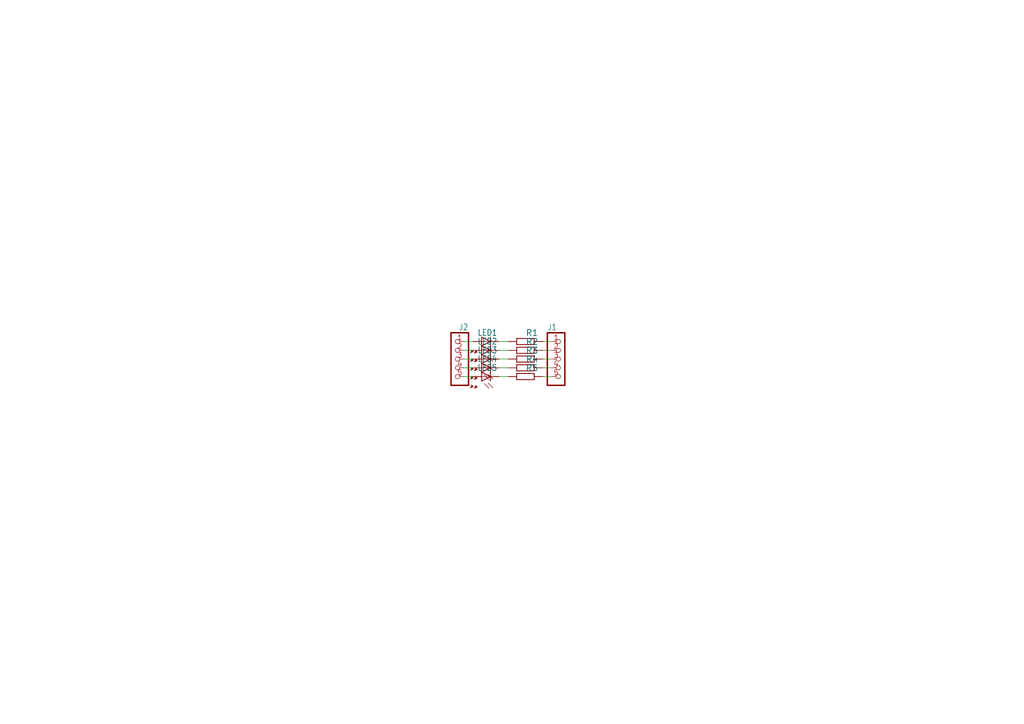
<source format=kicad_sch>
(kicad_sch (version 20250114) (generator "eeschema") (generator_version "9.0")
  (paper "A4")
  (lib_symbols
    (symbol "multiple_LED-eagle-import:CON_HEADER_1X05-PTH"
      (property "Reference" "J" (at -1.27 8.255 0))
      (symbol "CON_HEADER_1X05-PTH_1_0"
        (polyline (pts (xy -1.27 7.62) (xy 3.81 7.62)) (stroke (width 0.4064)))
        (polyline (pts (xy -1.27 -7.62) (xy -1.27 7.62)) (stroke (width 0.4064)))
        (polyline (pts (xy 3.81 7.62) (xy 3.81 -7.62)) (stroke (width 0.4064)))
        (polyline (pts (xy 3.81 -7.62) (xy -1.27 -7.62)) (stroke (width 0.4064)))
        (pin bidirectional inverted (at 0 5.08 0) (length 2.54) (name "1") (number "1"))
        (pin bidirectional inverted (at 0 2.54 0) (length 2.54) (name "2") (number "2"))
        (pin bidirectional inverted (at 0 0 0) (length 2.54) (name "3") (number "3"))
        (pin bidirectional inverted (at 0 -2.54 0) (length 2.54) (name "4") (number "4"))
        (pin bidirectional inverted (at 0 -5.08 0) (length 2.54) (name "5") (number "5"))
      )
    )
    (symbol "multiple_LED-eagle-import:LED-0805"
      (property "Reference" "LED" (at 3.556 -4.572 90))
      (symbol "LED-0805_1_0"
        (polyline (pts (xy -3.429 2.159) (xy -3.048 1.27) (xy -2.54 1.778)) (stroke (width 0.1524)) (fill (type outline)))
        (polyline (pts (xy -3.302 3.302) (xy -2.921 2.413) (xy -2.413 2.921)) (stroke (width 0.1524)) (fill (type outline)))
        (polyline (pts (xy -2.032 -0.762) (xy -3.429 -2.159)) (stroke (width 0.1524)))
        (polyline (pts (xy -1.905 -1.905) (xy -3.302 -3.302)) (stroke (width 0.1524)))
        (polyline (pts (xy 0 0) (xy -1.27 0)) (stroke (width 0.254)))
        (polyline (pts (xy 0 0) (xy 0 -2.54)) (stroke (width 0.1524)))
        (polyline (pts (xy 0 -2.54) (xy -1.27 0)) (stroke (width 0.254)))
        (polyline (pts (xy 0 -2.54) (xy -1.27 -2.54)) (stroke (width 0.254)))
        (polyline (pts (xy 1.27 0) (xy 0 0)) (stroke (width 0.254)))
        (polyline (pts (xy 1.27 0) (xy 0 -2.54)) (stroke (width 0.254)))
        (polyline (pts (xy 1.27 -2.54) (xy 0 -2.54)) (stroke (width 0.254)))
        (pin passive line (at 0 2.54 270) (length 2.54) (name "A") (number "A"))
        (pin passive line (at 0 -5.08 90) (length 2.54) (name "C") (number "C"))
      )
    )
    (symbol "multiple_LED-eagle-import:RESISTOR-0603"
      (property "Reference" "R" (at -3.81 1.4986 0))
      (symbol "RESISTOR-0603_1_0"
        (polyline (pts (xy -2.54 -0.889) (xy -2.54 0.889)) (stroke (width 0.254)))
        (polyline (pts (xy -2.54 -0.889) (xy 2.54 -0.889)) (stroke (width 0.254)))
        (polyline (pts (xy 2.54 0.889) (xy -2.54 0.889)) (stroke (width 0.254)))
        (polyline (pts (xy 2.54 -0.889) (xy 2.54 0.889)) (stroke (width 0.254)))
        (pin passive line (at -5.08 0 0) (length 2.54) (name "1") (number "1"))
        (pin passive line (at 5.08 0 180) (length 2.54) (name "2") (number "2"))
      )
    )
  )
  (wire (pts (xy 160.02 106.68) (xy 157.48 106.68)) (stroke (width 0.1524)))
  (wire (pts (xy 134.62 101.6) (xy 137.16 101.6)) (stroke (width 0.1524)))
  (wire (pts (xy 134.62 109.22) (xy 137.16 109.22)) (stroke (width 0.1524)))
  (wire (pts (xy 134.62 106.68) (xy 137.16 106.68)) (stroke (width 0.1524)))
  (wire (pts (xy 147.32 104.14) (xy 144.78 104.14)) (stroke (width 0.1524)))
  (wire (pts (xy 160.02 109.22) (xy 157.48 109.22)) (stroke (width 0.1524)))
  (wire (pts (xy 134.62 104.14) (xy 137.16 104.14)) (stroke (width 0.1524)))
  (wire (pts (xy 147.32 106.68) (xy 144.78 106.68)) (stroke (width 0.1524)))
  (wire (pts (xy 147.32 99.06) (xy 144.78 99.06)) (stroke (width 0.1524)))
  (wire (pts (xy 147.32 109.22) (xy 144.78 109.22)) (stroke (width 0.1524)))
  (wire (pts (xy 147.32 101.6) (xy 144.78 101.6)) (stroke (width 0.1524)))
  (wire (pts (xy 134.62 99.06) (xy 137.16 99.06)) (stroke (width 0.1524)))
  (wire (pts (xy 160.02 104.14) (xy 157.48 104.14)) (stroke (width 0.1524)))
  (wire (pts (xy 160.02 99.06) (xy 157.48 99.06)) (stroke (width 0.1524)))
  (wire (pts (xy 160.02 101.6) (xy 157.48 101.6)) (stroke (width 0.1524)))
  (symbol (lib_id "multiple_LED-eagle-import:RESISTOR-0603") (at 152.4 106.68 0) (mirror y) (unit 1)
    (property "Reference" "R4" (at 156.21 105.1814 0) (effects (font (size 1.778 1.778)) (justify left bottom)))
    (property "Value" "RESISTOR-0603" (effects (hide yes)))
    (property "Footprint" "multiple_LED:R603" (effects (hide yes)))
  )
  (symbol (lib_id "multiple_LED-eagle-import:LED-0805") (at 139.7 106.68 90) (unit 1)
    (property "Reference" "LED4" (at 144.272 103.124 90) (effects (font (size 1.778 1.5113)) (justify left bottom)))
    (property "Value" "LED-0805" (effects (hide yes)))
    (property "Footprint" "multiple_LED:LED-805" (effects (hide yes)))
  )
  (symbol (lib_id "multiple_LED-eagle-import:LED-0805") (at 139.7 101.6 90) (unit 1)
    (property "Reference" "LED2" (at 144.272 98.044 90) (effects (font (size 1.778 1.5113)) (justify left bottom)))
    (property "Value" "LED-0805" (effects (hide yes)))
    (property "Footprint" "multiple_LED:LED-805" (effects (hide yes)))
  )
  (symbol (lib_id "multiple_LED-eagle-import:LED-0805") (at 139.7 104.14 90) (unit 1)
    (property "Reference" "LED3" (at 144.272 100.584 90) (effects (font (size 1.778 1.5113)) (justify left bottom)))
    (property "Value" "LED-0805" (effects (hide yes)))
    (property "Footprint" "multiple_LED:LED-805" (effects (hide yes)))
  )
  (symbol (lib_id "multiple_LED-eagle-import:RESISTOR-0603") (at 152.4 99.06 0) (mirror y) (unit 1)
    (property "Reference" "R1" (at 156.21 97.5614 0) (effects (font (size 1.778 1.778)) (justify left bottom)))
    (property "Value" "RESISTOR-0603" (effects (hide yes)))
    (property "Footprint" "multiple_LED:R603" (effects (hide yes)))
  )
  (symbol (lib_id "multiple_LED-eagle-import:CON_HEADER_1X05-PTH") (at 160.02 104.14 0) (unit 1)
    (property "Reference" "J1" (at 158.75 95.885 0) (effects (font (size 1.778 1.5113)) (justify left bottom)))
    (property "Value" "CON_HEADER_1X05-PTH" (effects (hide yes)))
    (property "Footprint" "multiple_LED:M1X5" (effects (hide yes)))
  )
  (symbol (lib_id "multiple_LED-eagle-import:RESISTOR-0603") (at 152.4 109.22 0) (mirror y) (unit 1)
    (property "Reference" "R5" (at 156.21 107.7214 0) (effects (font (size 1.778 1.778)) (justify left bottom)))
    (property "Value" "RESISTOR-0603" (effects (hide yes)))
    (property "Footprint" "multiple_LED:R603" (effects (hide yes)))
  )
  (symbol (lib_id "multiple_LED-eagle-import:LED-0805") (at 139.7 109.22 90) (unit 1)
    (property "Reference" "LED5" (at 144.272 105.664 90) (effects (font (size 1.778 1.5113)) (justify left bottom)))
    (property "Value" "LED-0805" (effects (hide yes)))
    (property "Footprint" "multiple_LED:LED-805" (effects (hide yes)))
  )
  (symbol (lib_id "multiple_LED-eagle-import:RESISTOR-0603") (at 152.4 104.14 0) (mirror y) (unit 1)
    (property "Reference" "R3" (at 156.21 102.6414 0) (effects (font (size 1.778 1.778)) (justify left bottom)))
    (property "Value" "RESISTOR-0603" (effects (hide yes)))
    (property "Footprint" "multiple_LED:R603" (effects (hide yes)))
  )
  (symbol (lib_id "multiple_LED-eagle-import:CON_HEADER_1X05-PTH") (at 134.62 104.14 0) (mirror y) (unit 1)
    (property "Reference" "J2" (at 135.89 95.885 0) (effects (font (size 1.778 1.5113)) (justify left bottom)))
    (property "Value" "CON_HEADER_1X05-PTH" (effects (hide yes)))
    (property "Footprint" "multiple_LED:M1X5" (effects (hide yes)))
  )
  (symbol (lib_id "multiple_LED-eagle-import:LED-0805") (at 139.7 99.06 90) (unit 1)
    (property "Reference" "LED1" (at 144.272 95.504 90) (effects (font (size 1.778 1.5113)) (justify left bottom)))
    (property "Value" "LED-0805" (effects (hide yes)))
    (property "Footprint" "multiple_LED:LED-805" (effects (hide yes)))
  )
  (symbol (lib_id "multiple_LED-eagle-import:RESISTOR-0603") (at 152.4 101.6 0) (mirror y) (unit 1)
    (property "Reference" "R2" (at 156.21 100.1014 0) (effects (font (size 1.778 1.778)) (justify left bottom)))
    (property "Value" "RESISTOR-0603" (effects (hide yes)))
    (property "Footprint" "multiple_LED:R603" (effects (hide yes)))
  )
)
</source>
